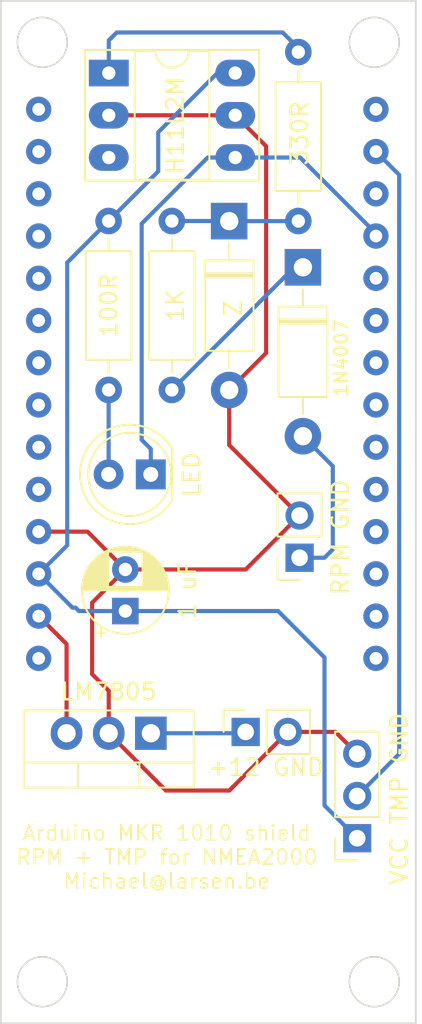
<source format=kicad_pcb>
(kicad_pcb (version 20211014) (generator pcbnew)
  (title_block (title "Arduino MKR shield for engine data on NMEA 2000") (company "SillyDIY") (comment 1 "https://sillydiy.blogspot.com/") (comment 4 "AISLER Project ID: SUMPWCYW"))
  (layers (0 "F.Cu" signal) (31 "B.Cu" signal) (34 "B.Paste" user) (35 "F.Paste" user) (36 "B.SilkS" user "B.Silkscreen") (37 "F.SilkS" user "F.Silkscreen") (38 "B.Mask" user) (39 "F.Mask" user) (44 "Edge.Cuts" user))
  (net 0 "")
  (net 1 "Net-(C1-Pad1)")
  (net 2 "Tacho IN")
  (net 3 "Net-(D1-Pad1)")
  (net 4 "GND")
  (net 5 "Net-(D2-Pad1)")
  (net 6 "Net-(R2-Pad2)")
  (net 7 "Net-(D3-Pad2)")
  (net 9 "+12V")
  (net 21 "Net-(D3-Pad1)")
  (net 24 "Net-(MKR1-Pad27)")
  (net 35 "Net-(J4-Pad2)")
  (footprint "Resistor_THT:R_Axial_DIN0207_L6.3mm_D2.5mm_P10.16mm_Horizontal" (layer "F.Cu") (at 81.303441 62.407472 90)
    (fp_text reference "R1" hide)
    (fp_text value "1K" (at 5.08 0.196559 90) (layer "F.SilkS"))
    (fp_line (start 9.12 0) (end 8.35 0) (layer "F.SilkS") (width 0.12))
    (fp_line (start 8.35 1.37) (end 8.35 -1.37) (layer "F.SilkS") (width 0.12))
    (fp_line (start 1.04 0) (end 1.81 0) (layer "F.SilkS") (width 0.12))
    (fp_line (start 8.35 -1.37) (end 1.81 -1.37) (layer "F.SilkS") (width 0.12))
    (fp_line (start 1.81 -1.37) (end 1.81 1.37) (layer "F.SilkS") (width 0.12))
    (fp_line (start 1.81 1.37) (end 8.35 1.37) (layer "F.SilkS") (width 0.12))
    (pad "1" thru_hole circle (at 0 0 90) (size 1.6 1.6) (drill 0.8) (layers *.Cu *.Mask) (net 3 "Net-(D1-Pad1)"))
    (pad "2" thru_hole oval (at 10.16 0 90) (size 1.6 1.6) (drill 0.8) (layers *.Cu *.Mask) (net 5 "Net-(D2-Pad1)"))
  )
  (footprint "Package_TO_SOT_THT:TO-220-3_Vertical" (layer "F.Cu") (at 80.04 83.055 180)
    (fp_text reference "U2" hide)
    (fp_text value "LM7805" (at 2.54 2.5) (layer "F.SilkS"))
    (fp_line (start 7.66 -3.27) (end 7.66 1.371) (layer "F.SilkS") (width 0.12))
    (fp_line (start 0.69 -3.27) (end 0.69 -1.76) (layer "F.SilkS") (width 0.12))
    (fp_line (start -2.58 -3.27) (end -2.58 1.371) (layer "F.SilkS") (width 0.12))
    (fp_line (start -2.58 -1.76) (end 7.66 -1.76) (layer "F.SilkS") (width 0.12))
    (fp_line (start 4.391 -3.27) (end 4.391 -1.76) (layer "F.SilkS") (width 0.12))
    (fp_line (start -2.58 -3.27) (end 7.66 -3.27) (layer "F.SilkS") (width 0.12))
    (fp_line (start -2.58 1.371) (end 7.66 1.371) (layer "F.SilkS") (width 0.12))
    (pad "1" thru_hole rect (at 0 0 180) (size 1.905 2) (drill 1.1) (layers *.Cu *.Mask) (net 9 "+12V"))
    (pad "2" thru_hole oval (at 2.54 0 180) (size 1.905 2) (drill 1.1) (layers *.Cu *.Mask) (net 4 "GND"))
    (pad "3" thru_hole oval (at 5.08 0 180) (size 1.905 2) (drill 1.1) (layers *.Cu *.Mask) (net 24 "Net-(MKR1-Pad27)"))
  )
  (footprint "LED_THT:LED_D5.0mm" (layer "F.Cu") (at 80.033441 67.487472 180)
    (fp_text reference "D3" hide)
    (fp_text value "LED" (at -2.466559 -0.012528 90) (layer "F.SilkS"))
    (fp_line (start -1.29 -1.545) (end -1.29 1.545) (layer "F.SilkS") (width 0.12))
    (fp_arc (start 4.26 -0.000462) (mid 2.072002 2.880433) (end -1.29 1.54483) (layer "F.SilkS") (width 0.12))
    (fp_arc (start -1.29 -1.54483) (mid 2.072002 -2.880433) (end 4.26 0.000462) (layer "F.SilkS") (width 0.12))
    (fp_circle (center 1.27 0) (end 3.77 0) (layer "F.SilkS") (width 0.12) (fill none))
    (pad "1" thru_hole rect (at 0 0 180) (size 1.8 1.8) (drill 0.9) (layers *.Cu *.Mask) (net 21 "Net-(D3-Pad1)"))
    (pad "2" thru_hole circle (at 2.54 0 180) (size 1.8 1.8) (drill 0.9) (layers *.Cu *.Mask) (net 7 "Net-(D3-Pad2)"))
  )
  (footprint "Diode_THT:D_DO-41_SOD81_P10.16mm_Horizontal" (layer "F.Cu") (at 84.757514 52.252745 -90)
    (fp_text reference "D2" hide)
    (fp_text value "1N4732A" hide)
    (fp_text user "Z" (at 5.247255 -0.242486 90) (layer "F.SilkS"))
    (fp_line (start 8.82 0) (end 7.8 0) (layer "F.SilkS") (width 0.12))
    (fp_line (start 7.8 1.47) (end 7.8 -1.47) (layer "F.SilkS") (width 0.12))
    (fp_line (start 7.8 -1.47) (end 2.36 -1.47) (layer "F.SilkS") (width 0.12))
    (fp_line (start 1.34 0) (end 2.36 0) (layer "F.SilkS") (width 0.12))
    (fp_line (start 2.36 -1.47) (end 2.36 1.47) (layer "F.SilkS") (width 0.12))
    (fp_line (start 3.26 -1.47) (end 3.26 1.47) (layer "F.SilkS") (width 0.12))
    (fp_line (start 3.14 -1.47) (end 3.14 1.47) (layer "F.SilkS") (width 0.12))
    (fp_line (start 2.36 1.47) (end 7.8 1.47) (layer "F.SilkS") (width 0.12))
    (fp_line (start 3.38 -1.47) (end 3.38 1.47) (layer "F.SilkS") (width 0.12))
    (pad "1" thru_hole rect (at 0 0 270) (size 2.2 2.2) (drill 1.1) (layers *.Cu *.Mask) (net 5 "Net-(D2-Pad1)"))
    (pad "2" thru_hole oval (at 10.16 0 270) (size 2.2 2.2) (drill 1.1) (layers *.Cu *.Mask) (net 4 "GND"))
  )
  (footprint "Capacitor_THT:CP_Radial_D5.0mm_P2.50mm" (layer "F.Cu") (at 78.5 75.705113 90)
    (fp_text reference "C1" hide)
    (fp_text value "1 uF" (at 1.25 3.75 90) (layer "F.SilkS"))
    (fp_line (start 3.171 1.04) (end 3.171 1.743) (layer "F.SilkS") (width 0.12))
    (fp_line (start 2.411 -2.31) (end 2.411 -1.04) (layer "F.SilkS") (width 0.12))
    (fp_line (start 3.051 -1.864) (end 3.051 -1.04) (layer "F.SilkS") (width 0.12))
    (fp_line (start 2.771 1.04) (end 2.771 2.095) (layer "F.SilkS") (width 0.12))
    (fp_line (start -1.554775 -1.475) (end -1.054775 -1.475) (layer "F.SilkS") (width 0.12))
    (fp_line (start 2.011 1.04) (end 2.011 2.468) (layer "F.SilkS") (width 0.12))
    (fp_line (start 2.451 1.04) (end 2.451 2.29) (layer "F.SilkS") (width 0.12))
    (fp_line (start 3.611 -1.098) (end 3.611 1.098) (layer "F.SilkS") (width 0.12))
    (fp_line (start 3.731 -0.805) (end 3.731 0.805) (layer "F.SilkS") (width 0.12))
    (fp_line (start -1.304775 -1.725) (end -1.304775 -1.225) (layer "F.SilkS") (width 0.12))
    (fp_line (start 2.971 1.04) (end 2.971 1.937) (layer "F.SilkS") (width 0.12))
    (fp_line (start 1.73 1.04) (end 1.73 2.536) (layer "F.SilkS") (width 0.12))
    (fp_line (start 2.571 -2.224) (end 2.571 -1.04) (layer "F.SilkS") (width 0.12))
    (fp_line (start 3.331 1.04) (end 3.331 1.554) (layer "F.SilkS") (width 0.12))
    (fp_line (start 3.811 -0.518) (end 3.811 0.518) (layer "F.SilkS") (width 0.12))
    (fp_line (start 1.77 -2.528) (end 1.77 -1.04) (layer "F.SilkS") (width 0.12))
    (fp_line (start 1.49 -2.569) (end 1.49 -1.04) (layer "F.SilkS") (width 0.12))
    (fp_line (start 3.291 -1.605) (end 3.291 -1.04) (layer "F.SilkS") (width 0.12))
    (fp_line (start 3.131 -1.785) (end 3.131 -1.04) (layer "F.SilkS") (width 0.12))
    (fp_line (start 3.011 -1.901) (end 3.011 -1.04) (layer "F.SilkS") (width 0.12))
    (fp_line (start 3.291 1.04) (end 3.291 1.605) (layer "F.SilkS") (width 0.12))
    (fp_line (start 1.971 -2.48) (end 1.971 -1.04) (layer "F.SilkS") (width 0.12))
    (fp_line (start 2.371 1.04) (end 2.371 2.329) (layer "F.SilkS") (width 0.12))
    (fp_line (start 2.691 1.04) (end 2.691 2.149) (layer "F.SilkS") (width 0.12))
    (fp_line (start 1.29 -2.58) (end 1.29 2.58) (layer "F.SilkS") (width 0.12))
    (fp_line (start 3.171 -1.743) (end 3.171 -1.04) (layer "F.SilkS") (width 0.12))
    (fp_line (start 3.011 1.04) (end 3.011 1.901) (layer "F.SilkS") (width 0.12))
    (fp_line (start 2.811 -2.065) (end 2.811 -1.04) (layer "F.SilkS") (width 0.12))
    (fp_line (start 2.491 1.04) (end 2.491 2.268) (layer "F.SilkS") (width 0.12))
    (fp_line (start 2.291 1.04) (end 2.291 2.365) (layer "F.SilkS") (width 0.12))
    (fp_line (start 3.451 1.04) (end 3.451 1.383) (layer "F.SilkS") (width 0.12))
    (fp_line (start 2.251 1.04) (end 2.251 2.382) (layer "F.SilkS") (width 0.12))
    (fp_line (start 3.091 -1.826) (end 3.091 -1.04) (layer "F.SilkS") (width 0.12))
    (fp_line (start 3.411 1.04) (end 3.411 1.443) (layer "F.SilkS") (width 0.12))
    (fp_line (start 2.371 -2.329) (end 2.371 -1.04) (layer "F.SilkS") (width 0.12))
    (fp_line (start 2.611 -2.2) (end 2.611 -1.04) (layer "F.SilkS") (width 0.12))
    (fp_line (start 2.331 1.04) (end 2.331 2.348) (layer "F.SilkS") (width 0.12))
    (fp_line (start 1.53 -2.565) (end 1.53 -1.04) (layer "F.SilkS") (width 0.12))
    (fp_line (start 2.851 -2.035) (end 2.851 -1.04) (layer "F.SilkS") (width 0.12))
    (fp_line (start 1.61 -2.556) (end 1.61 -1.04) (layer "F.SilkS") (width 0.12))
    (fp_line (start 2.531 1.04) (end 2.531 2.247) (layer "F.SilkS") (width 0.12))
    (fp_line (start 1.81 1.04) (end 1.81 2.52) (layer "F.SilkS") (width 0.12))
    (fp_line (start 2.411 1.04) (end 2.411 2.31) (layer "F.SilkS") (width 0.12))
    (fp_line (start 1.25 -2.58) (end 1.25 2.58) (layer "F.SilkS") (width 0.12))
    (fp_line (start 2.891 1.04) (end 2.891 2.004) (layer "F.SilkS") (width 0.12))
    (fp_line (start 1.89 -2.501) (end 1.89 -1.04) (layer "F.SilkS") (width 0.12))
    (fp_line (start 1.77 1.04) (end 1.77 2.528) (layer "F.SilkS") (width 0.12))
    (fp_line (start 2.611 1.04) (end 2.611 2.2) (layer "F.SilkS") (width 0.12))
    (fp_line (start 2.571 1.04) (end 2.571 2.224) (layer "F.SilkS") (width 0.12))
    (fp_line (start 2.331 -2.348) (end 2.331 -1.04) (layer "F.SilkS") (width 0.12))
    (fp_line (start 2.651 1.04) (end 2.651 2.175) (layer "F.SilkS") (width 0.12))
    (fp_line (start 2.851 1.04) (end 2.851 2.035) (layer "F.SilkS") (width 0.12))
    (fp_line (start 2.211 1.04) (end 2.211 2.398) (layer "F.SilkS") (width 0.12))
    (fp_line (start 3.691 -0.915) (end 3.691 0.915) (layer "F.SilkS") (width 0.12))
    (fp_line (start 1.69 1.04) (end 1.69 2.543) (layer "F.SilkS") (width 0.12))
    (fp_line (start 3.331 -1.554) (end 3.331 -1.04) (layer "F.SilkS") (width 0.12))
    (fp_line (start 2.931 -1.971) (end 2.931 -1.04) (layer "F.SilkS") (width 0.12))
    (fp_line (start 2.171 -2.414) (end 2.171 -1.04) (layer "F.SilkS") (width 0.12))
    (fp_line (start 3.771 -0.677) (end 3.771 0.677) (layer "F.SilkS") (width 0.12))
    (fp_line (start 3.371 -1.5) (end 3.371 -1.04) (layer "F.SilkS") (width 0.12))
    (fp_line (start 2.531 -2.247) (end 2.531 -1.04) (layer "F.SilkS") (width 0.12))
    (fp_line (start 1.61 1.04) (end 1.61 2.556) (layer "F.SilkS") (width 0.12))
    (fp_line (start 2.251 -2.382) (end 2.251 -1.04) (layer "F.SilkS") (width 0.12))
    (fp_line (start 3.411 -1.443) (end 3.411 -1.04) (layer "F.SilkS") (width 0.12))
    (fp_line (start 2.131 -2.428) (end 2.131 -1.04) (layer "F.SilkS") (width 0.12))
    (fp_line (start 3.251 -1.653) (end 3.251 -1.04) (layer "F.SilkS") (width 0.12))
    (fp_line (start 1.41 -2.576) (end 1.41 2.576) (layer "F.SilkS") (width 0.12))
    (fp_line (start 1.53 1.04) (end 1.53 2.565) (layer "F.SilkS") (width 0.12))
    (fp_line (start 3.571 -1.178) (end 3.571 1.178) (layer "F.SilkS") (width 0.12))
    (fp_line (start 3.531 1.04) (end 3.531 1.251) (layer "F.SilkS") (width 0.12))
    (fp_line (start 1.45 -2.573) (end 1.45 2.573) (layer "F.SilkS") (width 0.12))
    (fp_line (start 2.971 -1.937) (end 2.971 -1.04) (layer "F.SilkS") (width 0.12))
    (fp_line (start 1.49 1.04) (end 1.49 2.569) (layer "F.SilkS") (width 0.12))
    (fp_line (start 3.251 1.04) (end 3.251 1.653) (layer "F.SilkS") (width 0.12))
    (fp_line (start 3.051 1.04) (end 3.051 1.864) (layer "F.SilkS") (width 0.12))
    (fp_line (start 2.891 -2.004) (end 2.891 -1.04) (layer "F.SilkS") (width 0.12))
    (fp_line (start 2.051 -2.455) (end 2.051 -1.04) (layer "F.SilkS") (width 0.12))
    (fp_line (start 1.65 1.04) (end 1.65 2.55) (layer "F.SilkS") (width 0.12))
    (fp_line (start 1.85 -2.511) (end 1.85 -1.04) (layer "F.SilkS") (width 0.12))
    (fp_line (start 3.211 1.04) (end 3.211 1.699) (layer "F.SilkS") (width 0.12))
    (fp_line (start 3.131 1.04) (end 3.131 1.785) (layer "F.SilkS") (width 0.12))
    (fp_line (start 3.091 1.04) (end 3.091 1.826) (layer "F.SilkS") (width 0.12))
    (fp_line (start 1.65 -2.55) (end 1.65 -1.04) (layer "F.SilkS") (width 0.12))
    (fp_line (start 1.93 1.04) (end 1.93 2.491) (layer "F.SilkS") (width 0.12))
    (fp_line (start 2.211 -2.398) (end 2.211 -1.04) (layer "F.SilkS") (width 0.12))
    (fp_line (start 1.57 1.04) (end 1.57 2.561) (layer "F.SilkS") (width 0.12))
    (fp_line (start 2.651 -2.175) (end 2.651 -1.04) (layer "F.SilkS") (width 0.12))
    (fp_line (start 2.771 -2.095) (end 2.771 -1.04) (layer "F.SilkS") (width 0.12))
    (fp_line (start 2.691 -2.149) (end 2.691 -1.04) (layer "F.SilkS") (width 0.12))
    (fp_line (start 3.491 -1.319) (end 3.491 -1.04) (layer "F.SilkS") (width 0.12))
    (fp_line (start 2.131 1.04) (end 2.131 2.428) (layer "F.SilkS") (width 0.12))
    (fp_line (start 3.651 -1.011) (end 3.651 1.011) (layer "F.SilkS") (width 0.12))
    (fp_line (start 2.811 1.04) (end 2.811 2.065) (layer "F.SilkS") (width 0.12))
    (fp_line (start 2.451 -2.29) (end 2.451 -1.04) (layer "F.SilkS") (width 0.12))
    (fp_line (start 1.69 -2.543) (end 1.69 -1.04) (layer "F.SilkS") (width 0.12))
    (fp_line (start 3.371 1.04) (end 3.371 1.5) (layer "F.SilkS") (width 0.12))
    (fp_line (start 2.091 -2.442) (end 2.091 -1.04) (layer "F.SilkS") (width 0.12))
    (fp_line (start 2.931 1.04) (end 2.931 1.971) (layer "F.SilkS") (width 0.12))
    (fp_line (start 2.731 1.04) (end 2.731 2.122) (layer "F.SilkS") (width 0.12))
    (fp_line (start 1.89 1.04) (end 1.89 2.501) (layer "F.SilkS") (width 0.12))
    (fp_line (start 2.731 -2.122) (end 2.731 -1.04) (layer "F.SilkS") (width 0.12))
    (fp_line (start 3.491 1.04) (end 3.491 1.319) (layer "F.SilkS") (width 0.12))
    (fp_line (start 3.851 -0.284) (end 3.851 0.284) (layer "F.SilkS") (width 0.12))
    (fp_line (start 3.531 -1.251) (end 3.531 -1.04) (layer "F.SilkS") (width 0.12))
    (fp_line (start 2.091 1.04) (end 2.091 2.442) (layer "F.SilkS") (width 0.12))
    (fp_line (start 2.171 1.04) (end 2.171 2.414) (layer "F.SilkS") (width 0.12))
    (fp_line (start 2.491 -2.268) (end 2.491 -1.04) (layer "F.SilkS") (width 0.12))
    (fp_line (start 1.73 -2.536) (end 1.73 -1.04) (layer "F.SilkS") (width 0.12))
    (fp_line (start 3.211 -1.699) (end 3.211 -1.04) (layer "F.SilkS") (width 0.12))
    (fp_line (start 1.57 -2.561) (end 1.57 -1.04) (layer "F.SilkS") (width 0.12))
    (fp_line (start 2.051 1.04) (end 2.051 2.455) (layer "F.SilkS") (width 0.12))
    (fp_line (start 1.33 -2.579) (end 1.33 2.579) (layer "F.SilkS") (width 0.12))
    (fp_line (start 1.37 -2.578) (end 1.37 2.578) (layer "F.SilkS") (width 0.12))
    (fp_line (start 1.971 1.04) (end 1.971 2.48) (layer "F.SilkS") (width 0.12))
    (fp_line (start 2.291 -2.365) (end 2.291 -1.04) (layer "F.SilkS") (width 0.12))
    (fp_line (start 1.81 -2.52) (end 1.81 -1.04) (layer "F.SilkS") (width 0.12))
    (fp_line (start 3.451 -1.383) (end 3.451 -1.04) (layer "F.SilkS") (width 0.12))
    (fp_line (start 2.011 -2.468) (end 2.011 -1.04) (layer "F.SilkS") (width 0.12))
    (fp_line (start 1.93 -2.491) (end 1.93 -1.04) (layer "F.SilkS") (width 0.12))
    (fp_line (start 1.85 1.04) (end 1.85 2.511) (layer "F.SilkS") (width 0.12))
    (fp_circle (center 1.25 0) (end 3.87 0) (layer "F.SilkS") (width 0.12) (fill none))
    (pad "1" thru_hole rect (at 0 0 90) (size 1.6 1.6) (drill 0.8) (layers *.Cu *.Mask) (net 1 "Net-(C1-Pad1)"))
    (pad "2" thru_hole circle (at 2.5 0 90) (size 1.6 1.6) (drill 0.8) (layers *.Cu *.Mask) (net 4 "GND"))
  )
  (footprint "Connector_PinSocket_2.54mm:PinSocket_1x02_P2.54mm_Vertical" (layer "F.Cu") (at 89 72.5 180)
    (fp_text reference "J1" hide)
    (fp_text value "RPM GND" (at -2.456815 1.232708 90) (layer "F.SilkS"))
    (fp_line (start -1.33 3.87) (end 1.33 3.87) (layer "F.SilkS") (width 0.12))
    (fp_line (start 1.33 1.27) (end 1.33 3.87) (layer "F.SilkS") (width 0.12))
    (fp_line (start -1.33 1.27) (end -1.33 3.87) (layer "F.SilkS") (width 0.12))
    (fp_line (start 1.33 -1.33) (end 1.33 0) (layer "F.SilkS") (width 0.12))
    (fp_line (start 0 -1.33) (end 1.33 -1.33) (layer "F.SilkS") (width 0.12))
    (fp_line (start -1.33 1.27) (end 1.33 1.27) (layer "F.SilkS") (width 0.12))
    (pad "1" thru_hole rect (at 0 0 180) (size 1.7 1.7) (drill 1) (layers *.Cu *.Mask) (net 2 "Tacho IN"))
    (pad "2" thru_hole oval (at 0 2.54 180) (size 1.7 1.7) (drill 1) (layers *.Cu *.Mask) (net 4 "GND"))
  )
  (footprint "Diode_THT:D_DO-41_SOD81_P10.16mm_Horizontal" (layer "F.Cu") (at 89.200299 55.03115 -90)
    (fp_text reference "D1" hide)
    (fp_text value "1N4007" (at 5.46885 -2.299701 90) (layer "F.SilkS") (effects (font (size 0.8 0.8))))
    (fp_line (start 8.82 0) (end 7.8 0) (layer "F.SilkS") (width 0.12))
    (fp_line (start 3.38 -1.47) (end 3.38 1.47) (layer "F.SilkS") (width 0.12))
    (fp_line (start 3.26 -1.47) (end 3.26 1.47) (layer "F.SilkS") (width 0.12))
    (fp_line (start 7.8 1.47) (end 7.8 -1.47) (layer "F.SilkS") (width 0.12))
    (fp_line (start 3.14 -1.47) (end 3.14 1.47) (layer "F.SilkS") (width 0.12))
    (fp_line (start 2.36 -1.47) (end 2.36 1.47) (layer "F.SilkS") (width 0.12))
    (fp_line (start 1.34 0) (end 2.36 0) (layer "F.SilkS") (width 0.12))
    (fp_line (start 2.36 1.47) (end 7.8 1.47) (layer "F.SilkS") (width 0.12))
    (fp_line (start 7.8 -1.47) (end 2.36 -1.47) (layer "F.SilkS") (width 0.12))
    (pad "1" thru_hole rect (at 0 0 270) (size 2.2 2.2) (drill 1.1) (layers *.Cu *.Mask) (net 3 "Net-(D1-Pad1)"))
    (pad "2" thru_hole oval (at 10.16 0 270) (size 2.2 2.2) (drill 1.1) (layers *.Cu *.Mask) (net 2 "Tacho IN"))
  )
  (footprint "Resistor_THT:R_Axial_DIN0207_L6.3mm_D2.5mm_P10.16mm_Horizontal" (layer "F.Cu") (at 88.923441 52.247472 90)
    (fp_text reference "R2" hide)
    (fp_text value "330R" (at 3.247472 0.076559 90) (layer "F.SilkS") (effects (justify left)))
    (fp_line (start 9.12 0) (end 8.35 0) (layer "F.SilkS") (width 0.12))
    (fp_line (start 8.35 -1.37) (end 1.81 -1.37) (layer "F.SilkS") (width 0.12))
    (fp_line (start 1.81 1.37) (end 8.35 1.37) (layer "F.SilkS") (width 0.12))
    (fp_line (start 1.81 -1.37) (end 1.81 1.37) (layer "F.SilkS") (width 0.12))
    (fp_line (start 1.04 0) (end 1.81 0) (layer "F.SilkS") (width 0.12))
    (fp_line (start 8.35 1.37) (end 8.35 -1.37) (layer "F.SilkS") (width 0.12))
    (pad "1" thru_hole circle (at 0 0 90) (size 1.6 1.6) (drill 0.8) (layers *.Cu *.Mask) (net 5 "Net-(D2-Pad1)"))
    (pad "2" thru_hole oval (at 10.16 0 90) (size 1.6 1.6) (drill 0.8) (layers *.Cu *.Mask) (net 6 "Net-(R2-Pad2)"))
  )
  (footprint "Package_DIP:DIP-6_W7.62mm_Socket_LongPads" (layer "F.Cu") (at 77.503441 43.347472)
    (fp_text reference "U1" hide)
    (fp_text value "H11L2M" (at 3.996559 3.152528 90) (layer "F.SilkS"))
    (fp_line (start 1.56 -1.33) (end 1.56 6.41) (layer "F.SilkS") (width 0.12))
    (fp_line (start 2.81 -1.33) (end 1.56 -1.33) (layer "F.SilkS") (width 0.12))
    (fp_line (start 9.06 6.47) (end 9.06 -1.39) (layer "F.SilkS") (width 0.12))
    (fp_line (start 6.06 6.41) (end 6.06 -1.33) (layer "F.SilkS") (width 0.12))
    (fp_line (start -1.44 6.47) (end 9.06 6.47) (layer "F.SilkS") (width 0.12))
    (fp_line (start 9.06 -1.39) (end -1.44 -1.39) (layer "F.SilkS") (width 0.12))
    (fp_line (start 1.56 6.41) (end 6.06 6.41) (layer "F.SilkS") (width 0.12))
    (fp_line (start -1.44 -1.39) (end -1.44 6.47) (layer "F.SilkS") (width 0.12))
    (fp_line (start 6.06 -1.33) (end 4.81 -1.33) (layer "F.SilkS") (width 0.12))
    (fp_arc (start 4.81 -1.33) (mid 3.81 -0.33) (end 2.81 -1.33) (layer "F.SilkS") (width 0.12))
    (pad "1" thru_hole rect (at 0 0) (size 2.4 1.6) (drill 0.8) (layers *.Cu *.Mask) (net 6 "Net-(R2-Pad2)"))
    (pad "2" thru_hole oval (at 0 2.54) (size 2.4 1.6) (drill 0.8) (layers *.Cu *.Mask) (net 4 "GND"))
    (pad "3" thru_hole oval (at 0 5.08) (size 2.4 1.6) (drill 0.8) (layers *.Cu *.Mask))
    (pad "4" thru_hole oval (at 7.62 5.08) (size 2.4 1.6) (drill 0.8) (layers *.Cu *.Mask) (net 21 "Net-(D3-Pad1)"))
    (pad "5" thru_hole oval (at 7.62 2.54) (size 2.4 1.6) (drill 0.8) (layers *.Cu *.Mask) (net 4 "GND"))
    (pad "6" thru_hole oval (at 7.62 0) (size 2.4 1.6) (drill 0.8) (layers *.Cu *.Mask) (net 1 "Net-(C1-Pad1)"))
  )
  (footprint "Connector_PinSocket_2.54mm:PinSocket_1x03_P2.54mm_Vertical" (layer "F.Cu") (at 92.471324 89.368539 180)
    (fp_text reference "J4" hide)
    (fp_text value "VCC TMP GND" (at -2.528676 2.368539 90) (layer "F.SilkS"))
    (fp_line (start -1.33 6.41) (end 1.33 6.41) (layer "F.SilkS") (width 0.12))
    (fp_line (start 1.33 -1.33) (end 1.33 0) (layer "F.SilkS") (width 0.12))
    (fp_line (start -1.33 1.27) (end 1.33 1.27) (layer "F.SilkS") (width 0.12))
    (fp_line (start -1.33 1.27) (end -1.33 6.41) (layer "F.SilkS") (width 0.12))
    (fp_line (start 1.33 1.27) (end 1.33 6.41) (layer "F.SilkS") (width 0.12))
    (fp_line (start 0 -1.33) (end 1.33 -1.33) (layer "F.SilkS") (width 0.12))
    (pad "1" thru_hole rect (at 0 0 180) (size 1.7 1.7) (drill 1) (layers *.Cu *.Mask) (net 1 "Net-(C1-Pad1)"))
    (pad "2" thru_hole oval (at 0 2.54 180) (size 1.7 1.7) (drill 1) (layers *.Cu *.Mask) (net 35 "Net-(J4-Pad2)"))
    (pad "3" thru_hole oval (at 0 5.08 180) (size 1.7 1.7) (drill 1) (layers *.Cu *.Mask) (net 4 "GND"))
  )
  (footprint "ARduino:Arduino_MKR" (layer "F.Cu") (at 96.14 78.55 180)
    (fp_text reference "MKR1" hide)
    (fp_text value "Arduino_MKR_Shield" hide)
    (pad "1" thru_hole circle locked (at 2.54 0 180) (size 1.524 1.524) (drill 0.762) (layers *.Cu *.Mask))
    (pad "2" thru_hole circle locked (at 2.54 2.54 180) (size 1.524 1.524) (drill 0.762) (layers *.Cu *.Mask))
    (pad "3" thru_hole circle locked (at 2.54 5.08 180) (size 1.524 1.524) (drill 0.762) (layers *.Cu *.Mask))
    (pad "4" thru_hole circle locked (at 2.54 7.62 180) (size 1.524 1.524) (drill 0.762) (layers *.Cu *.Mask))
    (pad "5" thru_hole circle locked (at 2.54 10.16 180) (size 1.524 1.524) (drill 0.762) (layers *.Cu *.Mask))
    (pad "6" thru_hole circle locked (at 2.54 12.7 180) (size 1.524 1.524) (drill 0.762) (layers *.Cu *.Mask))
    (pad "7" thru_hole circle locked (at 2.54 15.24 180) (size 1.524 1.524) (drill 0.762) (layers *.Cu *.Mask))
    (pad "8" thru_hole circle locked (at 2.54 17.78 180) (size 1.524 1.524) (drill 0.762) (layers *.Cu *.Mask))
    (pad "9" thru_hole circle locked (at 2.54 20.32 180) (size 1.524 1.524) (drill 0.762) (layers *.Cu *.Mask))
    (pad "10" thru_hole circle locked (at 2.54 22.86 180) (size 1.524 1.524) (drill 0.762) (layers *.Cu *.Mask))
    (pad "11" thru_hole circle locked (at 2.54 25.4 180) (size 1.524 1.524) (drill 0.762) (layers *.Cu *.Mask) (net 21 "Net-(D3-Pad1)"))
    (pad "12" thru_hole circle locked (at 2.54 27.94 180) (size 1.524 1.524) (drill 0.762) (layers *.Cu *.Mask))
    (pad "13" thru_hole circle locked (at 2.54 30.48 180) (size 1.524 1.524) (drill 0.762) (layers *.Cu *.Mask) (net 35 "Net-(J4-Pad2)"))
    (pad "14" thru_hole circle locked (at 2.54 33.02 180) (size 1.524 1.524) (drill 0.762) (layers *.Cu *.Mask))
    (pad "15" thru_hole circle locked (at 22.86 33.02 180) (size 1.524 1.524) (drill 0.762) (layers *.Cu *.Mask))
    (pad "16" thru_hole circle locked (at 22.86 30.48 180) (size 1.524 1.524) (drill 0.762) (layers *.Cu *.Mask))
    (pad "17" thru_hole circle locked (at 22.86 27.94 180) (size 1.524 1.524) (drill 0.762) (layers *.Cu *.Mask))
    (pad "18" thru_hole circle locked (at 22.86 25.4 180) (size 1.524 1.524) (drill 0.762) (layers *.Cu *.Mask))
    (pad "19" thru_hole circle locked (at 22.86 22.86 180) (size 1.524 1.524) (drill 0.762) (layers *.Cu *.Mask))
    (pad "20" thru_hole circle locked (at 22.86 20.32 180) (size 1.524 1.524) (drill 0.762) (layers *.Cu *.Mask))
    (pad "21" thru_hole circle locked (at 22.86 17.78 180) (size 1.524 1.524) (drill 0.762) (layers *.Cu *.Mask))
    (pad "22" thru_hole circle locked (at 22.86 15.24 180) (size 1.524 1.524) (drill 0.762) (layers *.Cu *.Mask))
    (pad "23" thru_hole circle locked (at 22.86 12.7 180) (size 1.524 1.524) (drill 0.762) (layers *.Cu *.Mask))
    (pad "24" thru_hole circle locked (at 22.86 10.16 180) (size 1.524 1.524) (drill 0.762) (layers *.Cu *.Mask))
    (pad "25" thru_hole circle locked (at 22.86 7.62 180) (size 1.524 1.524) (drill 0.762) (layers *.Cu *.Mask) (net 4 "GND"))
    (pad "26" thru_hole circle locked (at 22.86 5.08 180) (size 1.524 1.524) (drill 0.762) (layers *.Cu *.Mask) (net 1 "Net-(C1-Pad1)"))
    (pad "27" thru_hole circle locked (at 22.86 2.54 180) (size 1.524 1.524) (drill 0.762) (layers *.Cu *.Mask) (net 24 "Net-(MKR1-Pad27)"))
    (pad "28" thru_hole circle locked (at 22.86 0 180) (size 1.524 1.524) (drill 0.762) (layers *.Cu *.Mask))
  )
  (footprint "Resistor_THT:R_Axial_DIN0207_L6.3mm_D2.5mm_P10.16mm_Horizontal" (layer "F.Cu") (at 77.493441 52.247472 -90)
    (fp_text reference "R3" hide)
    (fp_text value "100R" (at 5.08 -0.006559 90) (layer "F.SilkS"))
    (fp_line (start 1.81 -1.37) (end 1.81 1.37) (layer "F.SilkS") (width 0.12))
    (fp_line (start 1.81 1.37) (end 8.35 1.37) (layer "F.SilkS") (width 0.12))
    (fp_line (start 9.12 0) (end 8.35 0) (layer "F.SilkS") (width 0.12))
    (fp_line (start 8.35 -1.37) (end 1.81 -1.37) (layer "F.SilkS") (width 0.12))
    (fp_line (start 1.04 0) (end 1.81 0) (layer "F.SilkS") (width 0.12))
    (fp_line (start 8.35 1.37) (end 8.35 -1.37) (layer "F.SilkS") (width 0.12))
    (pad "1" thru_hole circle (at 0 0 270) (size 1.6 1.6) (drill 0.8) (layers *.Cu *.Mask) (net 1 "Net-(C1-Pad1)"))
    (pad "2" thru_hole oval (at 10.16 0 270) (size 1.6 1.6) (drill 0.8) (layers *.Cu *.Mask) (net 7 "Net-(D3-Pad2)"))
  )
  (footprint "Connector_PinSocket_2.54mm:PinSocket_1x02_P2.54mm_Vertical" (layer "F.Cu") (at 85.75 82.975 90)
    (fp_text reference "J3" hide)
    (fp_text value "+12 GND" (at -2.129106 1.223426) (layer "F.SilkS"))
    (fp_line (start -1.33 1.27) (end 1.33 1.27) (layer "F.SilkS") (width 0.12))
    (fp_line (start 1.33 -1.33) (end 1.33 0) (layer "F.SilkS") (width 0.12))
    (fp_line (start 0 -1.33) (end 1.33 -1.33) (layer "F.SilkS") (width 0.12))
    (fp_line (start -1.33 3.87) (end 1.33 3.87) (layer "F.SilkS") (width 0.12))
    (fp_line (start -1.33 1.27) (end -1.33 3.87) (layer "F.SilkS") (width 0.12))
    (fp_line (start 1.33 1.27) (end 1.33 3.87) (layer "F.SilkS") (width 0.12))
    (pad "1" thru_hole rect (at 0 0 90) (size 1.7 1.7) (drill 1) (layers *.Cu *.Mask) (net 9 "+12V"))
    (pad "2" thru_hole oval (at 0 2.54 90) (size 1.7 1.7) (drill 1) (layers *.Cu *.Mask) (net 4 "GND"))
  )
  (gr_circle (center 93.5 98) (end 95 98) (layer "Edge.Cuts") (width 0.1) (fill none))
  (gr_circle (center 73.5 98) (end 75 98) (layer "Edge.Cuts") (width 0.1) (fill none))
  (gr_circle (center 73.5 41.5) (end 75 41.5) (layer "Edge.Cuts") (width 0.1) (fill none))
  (gr_rect (start 70.999212 39.003532) (end 95.999212 100.503532) (layer "Edge.Cuts") (width 0.1) (fill none))
  (gr_circle (center 93.5 41.5) (end 95 41.5) (layer "Edge.Cuts") (width 0.1) (fill none))
  (gr_text "Arduino MKR 1010 shield\nRPM + TMP for NMEA2000\nMichael@larsen.be\n" (at 81 90.5) (layer "F.SilkS") (effects (font (size 0.9 0.9) (thickness 0.12))))
  (segment (start 75.31 75.5) (end 75.5 75.5) (width 0.25) (layer "B.Cu") (net 1))
  (segment (start 73.28 73.47) (end 75.31 75.5) (width 0.25) (layer "B.Cu") (net 1))
  (segment (start 90.5 78.5) (end 90.5 87.397215) (width 0.25) (layer "B.Cu") (net 1))
  (segment (start 87.705113 75.705113) (end 90.5 78.5) (width 0.25) (layer "B.Cu") (net 1))
  (segment (start 75 54.740913) (end 75 71.75) (width 0.25) (layer "B.Cu") (net 1))
  (segment (start 78.5 75.705113) (end 87.705113 75.705113) (width 0.25) (layer "B.Cu") (net 1))
  (segment (start 75.5 75.5) (end 75.705113 75.705113) (width 0.25) (layer "B.Cu") (net 1))
  (segment (start 80.483441 46.907472) (end 80.483441 49.257472) (width 0.25) (layer "B.Cu") (net 1))
  (segment (start 77.493441 52.247472) (end 75 54.740913) (width 0.25) (layer "B.Cu") (net 1))
  (segment (start 85.123441 43.347472) (end 84.043441 43.347472) (width 0.25) (layer "B.Cu") (net 1))
  (segment (start 80.483441 49.257472) (end 77.493441 52.247472) (width 0.25) (layer "B.Cu") (net 1))
  (segment (start 75 71.75) (end 73.28 73.47) (width 0.25) (layer "B.Cu") (net 1))
  (segment (start 90.5 87.397215) (end 92.471324 89.368539) (width 0.25) (layer "B.Cu") (net 1))
  (segment (start 75.705113 75.705113) (end 78.5 75.705113) (width 0.25) (layer "B.Cu") (net 1))
  (segment (start 84.043441 43.347472) (end 80.483441 46.907472) (width 0.25) (layer "B.Cu") (net 1))
  (segment (start 89.200299 65.19115) (end 91 66.990851) (width 0.25) (layer "B.Cu") (net 2))
  (segment (start 91 66.990851) (end 91 72) (width 0.25) (layer "B.Cu") (net 2))
  (segment (start 91 72) (end 90.5 72.5) (width 0.25) (layer "B.Cu") (net 2))
  (segment (start 90.5 72.5) (end 89 72.5) (width 0.25) (layer "B.Cu") (net 2))
  (segment (start 88.679763 55.03115) (end 89.200299 55.03115) (width 0.25) (layer "B.Cu") (net 3))
  (segment (start 81.303441 62.407472) (end 88.679763 55.03115) (width 0.25) (layer "B.Cu") (net 3))
  (segment (start 88.29 82.975) (end 91.157785 82.975) (width 0.25) (layer "F.Cu") (net 4))
  (segment (start 76.5 75.205113) (end 76.5 79.5) (width 0.25) (layer "F.Cu") (net 4))
  (segment (start 91.157785 82.975) (end 92.471324 84.288539) (width 0.25) (layer "F.Cu") (net 4))
  (segment (start 77.5 80.5) (end 77.5 83.055) (width 0.25) (layer "F.Cu") (net 4))
  (segment (start 84.765 86.5) (end 88.29 82.975) (width 0.25) (layer "F.Cu") (net 4))
  (segment (start 76.224887 70.93) (end 78.5 73.205113) (width 0.25) (layer "F.Cu") (net 4))
  (segment (start 78.5 73.205113) (end 76.5 75.205113) (width 0.25) (layer "F.Cu") (net 4))
  (segment (start 76.5 79.5) (end 77.5 80.5) (width 0.25) (layer "F.Cu") (net 4))
  (segment (start 84.757514 65.717514) (end 89 69.96) (width 0.25) (layer "F.Cu") (net 4))
  (segment (start 77.503441 45.887472) (end 85.123441 45.887472) (width 0.25) (layer "F.Cu") (net 4))
  (segment (start 77.5 83.055) (end 80.945 86.5) (width 0.25) (layer "F.Cu") (net 4))
  (segment (start 86.983441 60.186818) (end 84.757514 62.412745) (width 0.25) (layer "F.Cu") (net 4))
  (segment (start 73.28 70.93) (end 76.224887 70.93) (width 0.25) (layer "F.Cu") (net 4))
  (segment (start 80.945 86.5) (end 84.765 86.5) (width 0.25) (layer "F.Cu") (net 4))
  (segment (start 85.123441 45.887472) (end 86.983441 47.747472) (width 0.25) (layer "F.Cu") (net 4))
  (segment (start 86.983441 47.747472) (end 86.983441 60.186818) (width 0.25) (layer "F.Cu") (net 4))
  (segment (start 84.757514 62.412745) (end 84.757514 65.717514) (width 0.25) (layer "F.Cu") (net 4))
  (segment (start 78.5 73.205113) (end 85.754887 73.205113) (width 0.25) (layer "F.Cu") (net 4))
  (segment (start 85.754887 73.205113) (end 89 69.96) (width 0.25) (layer "F.Cu") (net 4))
  (segment (start 84.757514 52.252745) (end 88.918168 52.252745) (width 0.25) (layer "B.Cu") (net 5))
  (segment (start 81.303441 52.247472) (end 84.752241 52.247472) (width 0.25) (layer "B.Cu") (net 5))
  (segment (start 88.918168 52.252745) (end 88.923441 52.247472) (width 0.25) (layer "B.Cu") (net 5))
  (segment (start 84.752241 52.247472) (end 84.757514 52.252745) (width 0.25) (layer "B.Cu") (net 5))
  (segment (start 88.923441 41.847472) (end 88.923441 42.087472) (width 0.25) (layer "B.Cu") (net 6))
  (segment (start 87.983441 40.907472) (end 88.923441 41.847472) (width 0.25) (layer "B.Cu") (net 6))
  (segment (start 77.503441 41.387472) (end 77.983441 40.907472) (width 0.25) (layer "B.Cu") (net 6))
  (segment (start 77.503441 43.347472) (end 77.503441 41.387472) (width 0.25) (layer "B.Cu") (net 6))
  (segment (start 77.983441 40.907472) (end 87.983441 40.907472) (width 0.25) (layer "B.Cu") (net 6))
  (segment (start 77.493441 62.407472) (end 77.493441 67.487472) (width 0.25) (layer "B.Cu") (net 7))
  (segment (start 85.67 83.055) (end 85.75 82.975) (width 0.25) (layer "B.Cu") (net 9))
  (segment (start 80.04 83.055) (end 85.67 83.055) (width 0.25) (layer "B.Cu") (net 9))
  (segment (start 85.123441 48.427472) (end 83.463441 48.427472) (width 0.25) (layer "B.Cu") (net 21))
  (segment (start 85.123441 48.427472) (end 89.033441 48.427472) (width 0.25) (layer "B.Cu") (net 21))
  (segment (start 79.483441 65.407472) (end 80.033441 65.957472) (width 0.25) (layer "B.Cu") (net 21))
  (segment (start 89.033441 48.427472) (end 93.643441 53.037472) (width 0.25) (layer "B.Cu") (net 21))
  (segment (start 83.463441 48.427472) (end 79.483441 52.407472) (width 0.25) (layer "B.Cu") (net 21))
  (segment (start 79.483441 52.407472) (end 79.483441 65.407472) (width 0.25) (layer "B.Cu") (net 21))
  (segment (start 80.033441 65.957472) (end 80.033441 67.487472) (width 0.25) (layer "B.Cu") (net 21))
  (segment (start 74.96 77.69) (end 74.96 83.055) (width 0.25) (layer "F.Cu") (net 24))
  (segment (start 73.28 76.01) (end 74.96 77.69) (width 0.25) (layer "F.Cu") (net 24))
  (segment (start 95 49.47) (end 95 84.299863) (width 0.25) (layer "B.Cu") (net 35))
  (segment (start 93.6 48.07) (end 95 49.47) (width 0.25) (layer "B.Cu") (net 35))
  (segment (start 95 84.299863) (end 92.471324 86.828539) (width 0.25) (layer "B.Cu") (net 35))
)
</source>
